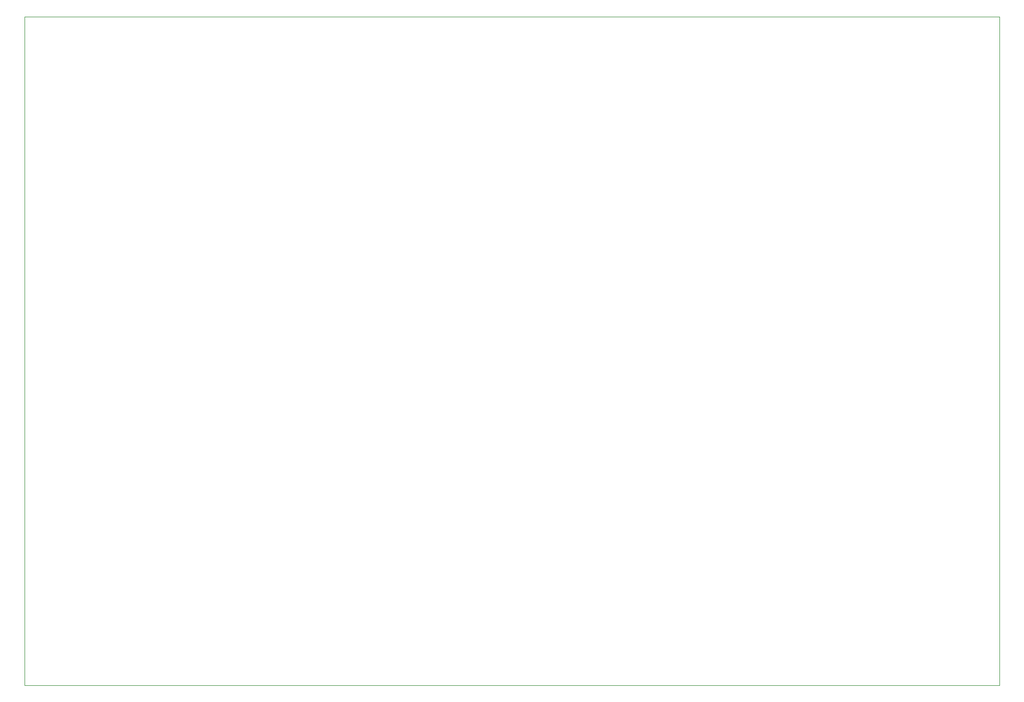
<source format=gm1>
%TF.GenerationSoftware,KiCad,Pcbnew,5.1.8+dfsg1-1*%
%TF.CreationDate,2020-11-15T23:58:27-05:00*%
%TF.ProjectId,cap_pcb,6361705f-7063-4622-9e6b-696361645f70,rev?*%
%TF.SameCoordinates,Original*%
%TF.FileFunction,Profile,NP*%
%FSLAX46Y46*%
G04 Gerber Fmt 4.6, Leading zero omitted, Abs format (unit mm)*
G04 Created by KiCad (PCBNEW 5.1.8+dfsg1-1) date 2020-11-15 23:58:27*
%MOMM*%
%LPD*%
G01*
G04 APERTURE LIST*
%TA.AperFunction,Profile*%
%ADD10C,0.050000*%
%TD*%
G04 APERTURE END LIST*
D10*
X231140000Y-127889000D02*
X73152000Y-127889000D01*
X231140000Y-19558000D02*
X231140000Y-127889000D01*
X73152000Y-19558000D02*
X231140000Y-19558000D01*
X73152000Y-127889000D02*
X73152000Y-19558000D01*
M02*

</source>
